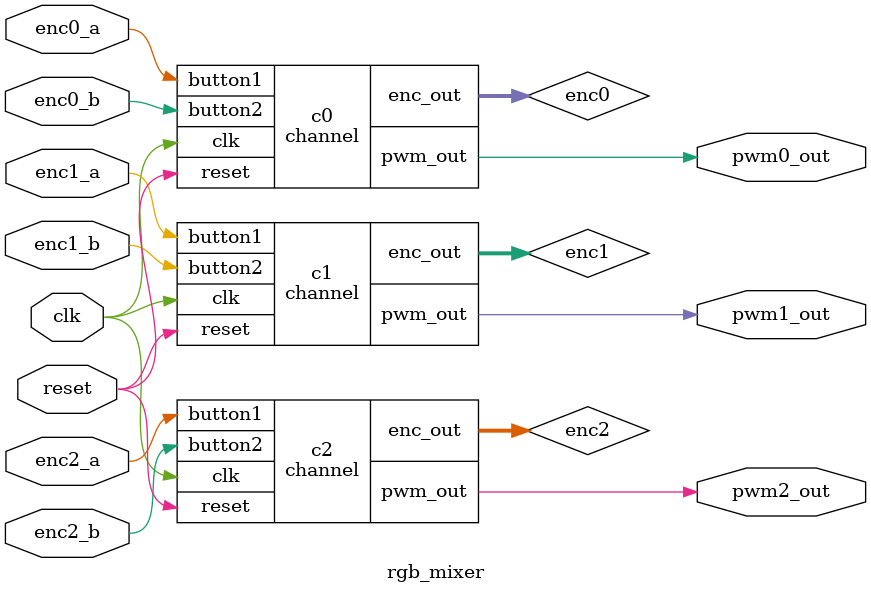
<source format=v>
`default_nettype none
`timescale 1ns/1ns
module channel #(parameter WIDTH=8) (
        // Common params
        input clk,
        input reset,
        // Params from debouncers
        input button1,
        input button2,
        // Output from pwm
        output wire pwm_out,
        // Used by tests
        output reg [WIDTH -1:0] enc_out
    );

    reg [WIDTH - 1:0] debounced1;
    reg [WIDTH - 1:0] debounced2;
    //reg [WIDTH - 1:0] enc_out;

    debounce db1(clk, reset, button1, debounced1);
    debounce db2(clk, reset, button2, debounced2);
    encoder enc0(clk, reset, debounced1, debounced2, enc_out);
    pwm pwm1(clk, reset, pwm_out, enc_out);
endmodule

module rgb_mixer (
    input clk,
    input reset,
    input enc0_a,
    input enc0_b,
    input enc1_a,
    input enc1_b,
    input enc2_a,
    input enc2_b,
    output pwm0_out,
    output pwm1_out,
    output pwm2_out
);

// Instantiate 2 debouncers, an encoder and a pwm module for each of the 3 channels.
// Name the 8 bit bus wires that connect the encoder to the pwm modules enc0, enc1
// and enc2 to make sure the test can pass.
reg [7:0] enc0;
reg [7:0] enc1;
reg [7:0] enc2;

channel c0(clk, reset, enc0_a, enc0_b, pwm0_out, enc0);
channel c1(clk, reset, enc1_a, enc1_b, pwm1_out, enc1);
channel c2(clk, reset, enc2_a, enc2_b, pwm2_out, enc2);

endmodule

</source>
